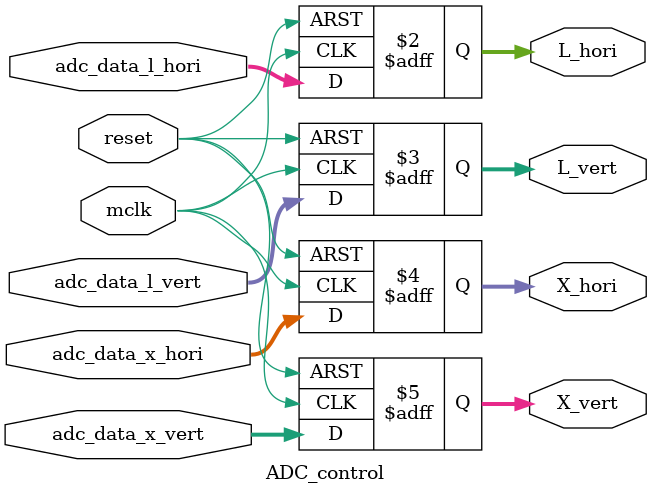
<source format=v>
module ADC_control (
    input  wire        mclk,    // master clock
    input  wire        reset,
    // Add any ADC interface signals here (e.g., SPI lines or parallel bus),
    input wire [9:0] adc_data_l_hori,
    input wire [9:0] adc_data_l_vert,
    input wire [9:0] adc_data_x_hori,
    input wire [9:0] adc_data_x_vert,
    output reg  [9:0]  L_hori,
    output reg  [9:0]  L_vert,
    output reg  [9:0]  X_hori,
    output reg  [9:0]  X_vert
);
    always @(posedge mclk or posedge reset) begin
        if (reset) begin
            L_hori <= 10'd0;
            L_vert <= 10'd0;
            X_hori <= 10'd0;
            X_vert <= 10'd0;
        end else begin
            // Read data from the ADC interface and update outputs
             L_hori <= adc_data_l_hori;
             L_vert <= adc_data_l_vert;
             X_hori <= adc_data_x_hori;
             X_vert <= adc_data_x_vert;
        end
    end
endmodule

</source>
